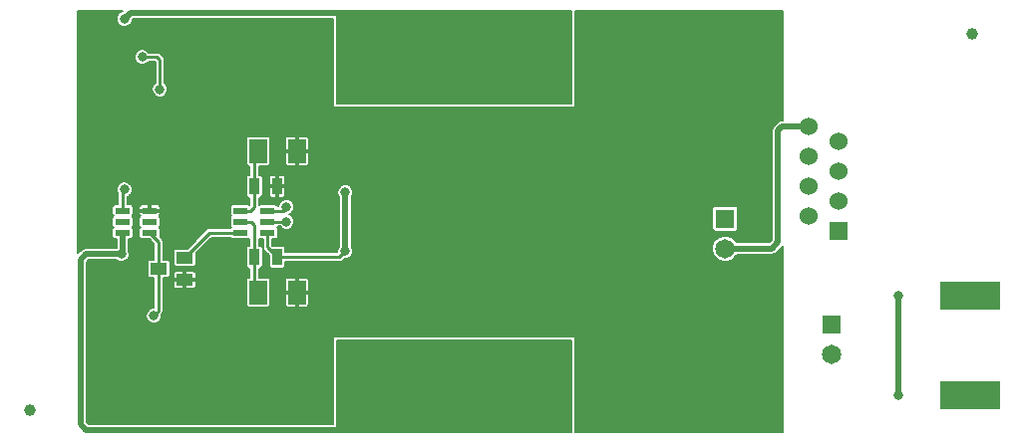
<source format=gbl>
G04 (created by PCBNEW (2013-mar-25)-stable) date Friday, August 07, 2015 11:50:23 AM*
%MOIN*%
G04 Gerber Fmt 3.4, Leading zero omitted, Abs format*
%FSLAX34Y34*%
G01*
G70*
G90*
G04 APERTURE LIST*
%ADD10C,0.006*%
%ADD11R,0.06X0.06*%
%ADD12C,0.06*%
%ADD13R,0.0649606X0.0649606*%
%ADD14C,0.0649606*%
%ADD15R,0.035X0.055*%
%ADD16R,0.0590551X0.0787402*%
%ADD17R,0.2X0.0950787*%
%ADD18R,0.05X0.02*%
%ADD19R,0.0551X0.0393*%
%ADD20C,0.0393701*%
%ADD21C,0.0314961*%
%ADD22C,0.00984252*%
%ADD23C,0.019685*%
%ADD24C,0.00590551*%
G04 APERTURE END LIST*
G54D10*
G54D11*
X81751Y-27478D03*
G54D12*
X80751Y-26978D03*
X81751Y-26478D03*
X80751Y-25978D03*
X81751Y-25478D03*
X80751Y-24978D03*
X81751Y-24478D03*
X80751Y-23978D03*
G54D13*
X81496Y-30602D03*
G54D14*
X81496Y-31602D03*
G54D13*
X77952Y-27059D03*
G54D14*
X77952Y-28059D03*
G54D15*
X62978Y-28346D03*
X62218Y-28346D03*
X62978Y-25984D03*
X62218Y-25984D03*
G54D16*
X62342Y-24803D03*
X63641Y-24803D03*
X63641Y-29527D03*
X62342Y-29527D03*
G54D17*
X86137Y-29624D03*
X86137Y-32974D03*
G54D18*
X62654Y-26795D03*
X62653Y-27165D03*
X62653Y-27535D03*
X61755Y-27535D03*
X61755Y-27165D03*
X61755Y-26795D03*
X58717Y-26795D03*
X58716Y-27165D03*
X58716Y-27535D03*
X57818Y-27535D03*
X57818Y-27165D03*
X57818Y-26795D03*
G54D19*
X59881Y-28366D03*
X59881Y-29114D03*
X59015Y-28740D03*
G54D20*
X54724Y-33464D03*
X86220Y-20866D03*
G54D21*
X59055Y-22736D03*
X58464Y-21653D03*
X57874Y-20374D03*
X65255Y-28149D03*
X65255Y-31397D03*
X66043Y-32677D03*
X67913Y-32677D03*
X66437Y-33169D03*
X67421Y-33169D03*
X66929Y-33169D03*
X70964Y-21161D03*
X69980Y-21161D03*
X70472Y-21161D03*
X69488Y-21653D03*
X65255Y-22933D03*
X65255Y-26181D03*
X65255Y-21653D03*
X71358Y-21653D03*
X57775Y-28248D03*
X57874Y-26082D03*
X58858Y-30314D03*
X63287Y-26673D03*
X63287Y-27165D03*
X83759Y-29625D03*
X83759Y-32972D03*
X62204Y-33464D03*
X61023Y-33464D03*
X63385Y-33464D03*
X60236Y-20866D03*
X62598Y-20866D03*
X63779Y-20866D03*
X61417Y-20866D03*
X59055Y-20866D03*
X60039Y-32283D03*
X58858Y-32283D03*
X57677Y-32283D03*
X77263Y-31299D03*
X63976Y-32677D03*
X73425Y-31889D03*
X77362Y-32086D03*
X79133Y-20374D03*
X77952Y-20374D03*
X76771Y-20374D03*
X74803Y-23622D03*
X72834Y-24507D03*
X75590Y-21948D03*
X74409Y-21948D03*
X75393Y-28346D03*
X74212Y-28346D03*
X75393Y-26870D03*
X74212Y-26870D03*
X74803Y-26870D03*
X75787Y-27657D03*
X74803Y-28346D03*
X73818Y-27657D03*
X60629Y-29035D03*
X62992Y-28937D03*
X62992Y-25295D03*
X58661Y-26082D03*
G54D22*
X59055Y-21751D02*
X59055Y-22736D01*
X58956Y-21653D02*
X59055Y-21751D01*
X58464Y-21653D02*
X58956Y-21653D01*
G54D23*
X58070Y-20177D02*
X65157Y-20177D01*
X57874Y-20374D02*
X58070Y-20177D01*
X65255Y-28149D02*
X65255Y-26181D01*
X57818Y-27535D02*
X57818Y-28204D01*
X57818Y-28204D02*
X57775Y-28248D01*
X56397Y-28444D02*
X56594Y-28248D01*
X56594Y-28248D02*
X57775Y-28248D01*
X56397Y-33956D02*
X56397Y-28444D01*
X56594Y-34153D02*
X56397Y-33956D01*
X65059Y-34153D02*
X56594Y-34153D01*
G54D22*
X62653Y-27535D02*
X62653Y-28021D01*
X62653Y-28021D02*
X62978Y-28346D01*
X62978Y-28346D02*
X65059Y-28346D01*
X65059Y-28346D02*
X65255Y-28149D01*
G54D23*
X80751Y-23978D02*
X79860Y-23978D01*
X79724Y-24114D02*
X79724Y-27854D01*
X79724Y-27854D02*
X79519Y-28059D01*
X79519Y-28059D02*
X77952Y-28059D01*
X79860Y-23978D02*
X79724Y-24114D01*
G54D22*
X57818Y-26137D02*
X57818Y-26795D01*
X57874Y-26082D02*
X57818Y-26137D01*
X59015Y-28740D02*
X59015Y-30157D01*
X59015Y-30157D02*
X58858Y-30314D01*
X59015Y-28740D02*
X59015Y-27834D01*
X59015Y-27834D02*
X58716Y-27535D01*
X61755Y-27535D02*
X60712Y-27535D01*
X60712Y-27535D02*
X59881Y-28366D01*
X63165Y-26795D02*
X62654Y-26795D01*
X63287Y-26673D02*
X63165Y-26795D01*
X63287Y-27165D02*
X62653Y-27165D01*
G54D23*
X83759Y-29625D02*
X83759Y-32972D01*
G54D22*
X62218Y-25984D02*
X62218Y-24927D01*
X62218Y-24927D02*
X62342Y-24803D01*
X61755Y-26795D02*
X62082Y-26795D01*
X62218Y-26659D02*
X62218Y-25984D01*
X62082Y-26795D02*
X62218Y-26659D01*
X62218Y-28346D02*
X62218Y-29403D01*
X62218Y-29403D02*
X62342Y-29527D01*
X61755Y-27165D02*
X62106Y-27165D01*
X62204Y-28332D02*
X62218Y-28346D01*
X62204Y-27263D02*
X62204Y-28332D01*
X62106Y-27165D02*
X62204Y-27263D01*
X59881Y-29114D02*
X60551Y-29114D01*
X60551Y-29114D02*
X60629Y-29035D01*
X63641Y-29527D02*
X63090Y-29527D01*
X62992Y-29429D02*
X62992Y-28937D01*
X63090Y-29527D02*
X62992Y-29429D01*
X62978Y-25984D02*
X62978Y-25308D01*
X62978Y-25308D02*
X62992Y-25295D01*
X58717Y-26795D02*
X58717Y-26138D01*
X58717Y-26138D02*
X58661Y-26082D01*
G54D10*
G36*
X79891Y-34222D02*
X72942Y-34222D01*
X72942Y-30994D01*
X65521Y-30994D01*
X65521Y-28096D01*
X65481Y-27999D01*
X65462Y-27980D01*
X65462Y-26350D01*
X65481Y-26331D01*
X65521Y-26234D01*
X65521Y-26128D01*
X65481Y-26030D01*
X65406Y-25955D01*
X65308Y-25915D01*
X65203Y-25915D01*
X65105Y-25955D01*
X65030Y-26030D01*
X64990Y-26128D01*
X64990Y-26233D01*
X65030Y-26331D01*
X65049Y-26350D01*
X65049Y-27980D01*
X65030Y-27998D01*
X64990Y-28096D01*
X64990Y-28188D01*
X64045Y-28188D01*
X64045Y-25175D01*
X64045Y-24430D01*
X64045Y-24387D01*
X64028Y-24348D01*
X63998Y-24317D01*
X63958Y-24301D01*
X63698Y-24301D01*
X63671Y-24328D01*
X63671Y-24773D01*
X64018Y-24773D01*
X64045Y-24746D01*
X64045Y-24430D01*
X64045Y-25175D01*
X64045Y-24859D01*
X64018Y-24832D01*
X63671Y-24832D01*
X63671Y-25278D01*
X63698Y-25305D01*
X63958Y-25305D01*
X63998Y-25288D01*
X64028Y-25258D01*
X64045Y-25218D01*
X64045Y-25175D01*
X64045Y-28188D01*
X63612Y-28188D01*
X63612Y-25278D01*
X63612Y-24832D01*
X63612Y-24773D01*
X63612Y-24328D01*
X63585Y-24301D01*
X63325Y-24301D01*
X63285Y-24317D01*
X63254Y-24348D01*
X63238Y-24387D01*
X63238Y-24430D01*
X63238Y-24746D01*
X63265Y-24773D01*
X63612Y-24773D01*
X63612Y-24832D01*
X63265Y-24832D01*
X63238Y-24859D01*
X63238Y-25175D01*
X63238Y-25218D01*
X63254Y-25258D01*
X63285Y-25288D01*
X63325Y-25305D01*
X63585Y-25305D01*
X63612Y-25278D01*
X63612Y-28188D01*
X63261Y-28188D01*
X63261Y-28050D01*
X63245Y-28010D01*
X63214Y-27979D01*
X63175Y-27963D01*
X63131Y-27963D01*
X62817Y-27963D01*
X62811Y-27956D01*
X62811Y-27743D01*
X62924Y-27743D01*
X62964Y-27727D01*
X62995Y-27696D01*
X63011Y-27656D01*
X63011Y-27613D01*
X63011Y-27413D01*
X62995Y-27374D01*
X62971Y-27350D01*
X62995Y-27326D01*
X62996Y-27322D01*
X63069Y-27322D01*
X63136Y-27390D01*
X63234Y-27431D01*
X63340Y-27431D01*
X63437Y-27390D01*
X63512Y-27316D01*
X63553Y-27218D01*
X63553Y-27112D01*
X63512Y-27015D01*
X63438Y-26940D01*
X63387Y-26919D01*
X63437Y-26898D01*
X63512Y-26823D01*
X63553Y-26726D01*
X63553Y-26620D01*
X63512Y-26522D01*
X63438Y-26448D01*
X63340Y-26407D01*
X63261Y-26407D01*
X63261Y-26237D01*
X63261Y-25730D01*
X63261Y-25687D01*
X63245Y-25647D01*
X63214Y-25617D01*
X63174Y-25600D01*
X63035Y-25600D01*
X63007Y-25628D01*
X63007Y-25954D01*
X63234Y-25954D01*
X63261Y-25927D01*
X63261Y-25730D01*
X63261Y-26237D01*
X63261Y-26040D01*
X63234Y-26013D01*
X63007Y-26013D01*
X63007Y-26340D01*
X63035Y-26367D01*
X63174Y-26367D01*
X63214Y-26351D01*
X63245Y-26320D01*
X63261Y-26280D01*
X63261Y-26237D01*
X63261Y-26407D01*
X63234Y-26407D01*
X63137Y-26447D01*
X63062Y-26522D01*
X63021Y-26620D01*
X63021Y-26637D01*
X62998Y-26637D01*
X62996Y-26634D01*
X62966Y-26603D01*
X62948Y-26596D01*
X62948Y-26340D01*
X62948Y-26013D01*
X62948Y-25954D01*
X62948Y-25628D01*
X62921Y-25600D01*
X62781Y-25600D01*
X62742Y-25617D01*
X62711Y-25647D01*
X62695Y-25687D01*
X62695Y-25730D01*
X62695Y-25927D01*
X62722Y-25954D01*
X62948Y-25954D01*
X62948Y-26013D01*
X62722Y-26013D01*
X62695Y-26040D01*
X62695Y-26237D01*
X62695Y-26280D01*
X62711Y-26320D01*
X62742Y-26351D01*
X62781Y-26367D01*
X62921Y-26367D01*
X62948Y-26340D01*
X62948Y-26596D01*
X62926Y-26587D01*
X62883Y-26587D01*
X62383Y-26587D01*
X62375Y-26590D01*
X62375Y-26367D01*
X62414Y-26367D01*
X62454Y-26351D01*
X62485Y-26320D01*
X62501Y-26280D01*
X62501Y-26237D01*
X62501Y-25687D01*
X62485Y-25648D01*
X62454Y-25617D01*
X62415Y-25601D01*
X62375Y-25600D01*
X62375Y-25305D01*
X62659Y-25305D01*
X62699Y-25288D01*
X62729Y-25258D01*
X62746Y-25218D01*
X62746Y-25175D01*
X62746Y-24388D01*
X62729Y-24348D01*
X62699Y-24317D01*
X62659Y-24301D01*
X62616Y-24301D01*
X62025Y-24301D01*
X61985Y-24317D01*
X61955Y-24348D01*
X61938Y-24387D01*
X61938Y-24430D01*
X61938Y-25218D01*
X61955Y-25258D01*
X61985Y-25288D01*
X62025Y-25305D01*
X62060Y-25305D01*
X62060Y-25600D01*
X62021Y-25600D01*
X61982Y-25617D01*
X61951Y-25647D01*
X61935Y-25687D01*
X61935Y-25730D01*
X61935Y-26280D01*
X61951Y-26320D01*
X61982Y-26350D01*
X62021Y-26367D01*
X62060Y-26367D01*
X62060Y-26594D01*
X62056Y-26599D01*
X62027Y-26587D01*
X61984Y-26587D01*
X61484Y-26587D01*
X61444Y-26603D01*
X61414Y-26633D01*
X61397Y-26673D01*
X61397Y-26716D01*
X61397Y-26916D01*
X61414Y-26956D01*
X61437Y-26980D01*
X61414Y-27003D01*
X61397Y-27043D01*
X61397Y-27086D01*
X61397Y-27286D01*
X61414Y-27326D01*
X61437Y-27350D01*
X61414Y-27373D01*
X61412Y-27377D01*
X60712Y-27377D01*
X60652Y-27389D01*
X60601Y-27423D01*
X59963Y-28061D01*
X59584Y-28061D01*
X59545Y-28077D01*
X59514Y-28108D01*
X59498Y-28148D01*
X59498Y-28191D01*
X59498Y-28584D01*
X59514Y-28623D01*
X59544Y-28654D01*
X59584Y-28670D01*
X59627Y-28670D01*
X60178Y-28670D01*
X60218Y-28654D01*
X60249Y-28624D01*
X60265Y-28584D01*
X60265Y-28541D01*
X60265Y-28205D01*
X60777Y-27692D01*
X61412Y-27692D01*
X61414Y-27696D01*
X61444Y-27727D01*
X61484Y-27743D01*
X61527Y-27743D01*
X62027Y-27743D01*
X62047Y-27735D01*
X62047Y-27963D01*
X62021Y-27963D01*
X61982Y-27979D01*
X61951Y-28010D01*
X61935Y-28049D01*
X61935Y-28092D01*
X61935Y-28642D01*
X61951Y-28682D01*
X61982Y-28713D01*
X62021Y-28729D01*
X62060Y-28729D01*
X62060Y-29025D01*
X62025Y-29025D01*
X61985Y-29042D01*
X61955Y-29072D01*
X61938Y-29112D01*
X61938Y-29155D01*
X61938Y-29942D01*
X61955Y-29982D01*
X61985Y-30012D01*
X62025Y-30029D01*
X62068Y-30029D01*
X62659Y-30029D01*
X62699Y-30013D01*
X62729Y-29982D01*
X62746Y-29942D01*
X62746Y-29899D01*
X62746Y-29112D01*
X62729Y-29072D01*
X62699Y-29042D01*
X62659Y-29025D01*
X62616Y-29025D01*
X62375Y-29025D01*
X62375Y-28729D01*
X62414Y-28729D01*
X62454Y-28713D01*
X62485Y-28682D01*
X62501Y-28643D01*
X62501Y-28600D01*
X62501Y-28050D01*
X62485Y-28010D01*
X62454Y-27979D01*
X62415Y-27963D01*
X62371Y-27963D01*
X62362Y-27963D01*
X62362Y-27735D01*
X62381Y-27743D01*
X62424Y-27743D01*
X62496Y-27743D01*
X62496Y-28021D01*
X62508Y-28081D01*
X62542Y-28132D01*
X62695Y-28285D01*
X62695Y-28642D01*
X62711Y-28682D01*
X62742Y-28713D01*
X62781Y-28729D01*
X62824Y-28729D01*
X63174Y-28729D01*
X63214Y-28713D01*
X63245Y-28682D01*
X63261Y-28643D01*
X63261Y-28600D01*
X63261Y-28503D01*
X65059Y-28503D01*
X65119Y-28491D01*
X65119Y-28491D01*
X65170Y-28457D01*
X65212Y-28415D01*
X65308Y-28415D01*
X65406Y-28375D01*
X65481Y-28300D01*
X65521Y-28202D01*
X65521Y-28096D01*
X65521Y-30994D01*
X64852Y-30994D01*
X64852Y-33946D01*
X64045Y-33946D01*
X64045Y-29899D01*
X64045Y-29155D01*
X64045Y-29112D01*
X64028Y-29072D01*
X63998Y-29042D01*
X63958Y-29025D01*
X63698Y-29025D01*
X63671Y-29052D01*
X63671Y-29498D01*
X64018Y-29498D01*
X64045Y-29470D01*
X64045Y-29155D01*
X64045Y-29899D01*
X64045Y-29584D01*
X64018Y-29557D01*
X63671Y-29557D01*
X63671Y-30002D01*
X63698Y-30029D01*
X63958Y-30029D01*
X63998Y-30013D01*
X64028Y-29982D01*
X64045Y-29942D01*
X64045Y-29899D01*
X64045Y-33946D01*
X63612Y-33946D01*
X63612Y-30002D01*
X63612Y-29557D01*
X63612Y-29498D01*
X63612Y-29052D01*
X63585Y-29025D01*
X63325Y-29025D01*
X63285Y-29042D01*
X63254Y-29072D01*
X63238Y-29112D01*
X63238Y-29155D01*
X63238Y-29470D01*
X63265Y-29498D01*
X63612Y-29498D01*
X63612Y-29557D01*
X63265Y-29557D01*
X63238Y-29584D01*
X63238Y-29899D01*
X63238Y-29942D01*
X63254Y-29982D01*
X63285Y-30013D01*
X63325Y-30029D01*
X63585Y-30029D01*
X63612Y-30002D01*
X63612Y-33946D01*
X60265Y-33946D01*
X60265Y-29332D01*
X60265Y-28896D01*
X60249Y-28856D01*
X60218Y-28825D01*
X60178Y-28809D01*
X60135Y-28809D01*
X59938Y-28809D01*
X59911Y-28836D01*
X59911Y-29084D01*
X60238Y-29084D01*
X60265Y-29057D01*
X60265Y-28896D01*
X60265Y-29332D01*
X60265Y-29170D01*
X60238Y-29143D01*
X59911Y-29143D01*
X59911Y-29391D01*
X59938Y-29418D01*
X60135Y-29418D01*
X60178Y-29418D01*
X60218Y-29402D01*
X60249Y-29371D01*
X60265Y-29332D01*
X60265Y-33946D01*
X59852Y-33946D01*
X59852Y-29391D01*
X59852Y-29143D01*
X59852Y-29084D01*
X59852Y-28836D01*
X59825Y-28809D01*
X59627Y-28809D01*
X59584Y-28809D01*
X59544Y-28825D01*
X59514Y-28856D01*
X59498Y-28896D01*
X59498Y-29057D01*
X59525Y-29084D01*
X59852Y-29084D01*
X59852Y-29143D01*
X59525Y-29143D01*
X59498Y-29170D01*
X59498Y-29332D01*
X59514Y-29371D01*
X59544Y-29402D01*
X59584Y-29418D01*
X59627Y-29418D01*
X59825Y-29418D01*
X59852Y-29391D01*
X59852Y-33946D01*
X59399Y-33946D01*
X59399Y-28915D01*
X59399Y-28522D01*
X59383Y-28482D01*
X59352Y-28451D01*
X59320Y-28438D01*
X59320Y-22683D01*
X59280Y-22585D01*
X59212Y-22517D01*
X59212Y-21751D01*
X59200Y-21691D01*
X59200Y-21691D01*
X59166Y-21640D01*
X59166Y-21640D01*
X59068Y-21542D01*
X59016Y-21508D01*
X58956Y-21496D01*
X58682Y-21496D01*
X58615Y-21428D01*
X58517Y-21387D01*
X58411Y-21387D01*
X58314Y-21428D01*
X58239Y-21502D01*
X58198Y-21600D01*
X58198Y-21706D01*
X58239Y-21803D01*
X58313Y-21878D01*
X58411Y-21919D01*
X58517Y-21919D01*
X58614Y-21878D01*
X58682Y-21811D01*
X58891Y-21811D01*
X58897Y-21817D01*
X58897Y-22517D01*
X58829Y-22585D01*
X58789Y-22683D01*
X58789Y-22788D01*
X58829Y-22886D01*
X58904Y-22961D01*
X59002Y-23001D01*
X59107Y-23002D01*
X59205Y-22961D01*
X59280Y-22886D01*
X59320Y-22789D01*
X59320Y-22683D01*
X59320Y-28438D01*
X59312Y-28435D01*
X59269Y-28435D01*
X59173Y-28435D01*
X59173Y-27834D01*
X59173Y-27834D01*
X59173Y-27834D01*
X59170Y-27822D01*
X59161Y-27774D01*
X59161Y-27774D01*
X59127Y-27723D01*
X59127Y-27723D01*
X59070Y-27666D01*
X59074Y-27656D01*
X59074Y-27613D01*
X59074Y-27413D01*
X59058Y-27374D01*
X59034Y-27350D01*
X59058Y-27326D01*
X59074Y-27286D01*
X59074Y-27243D01*
X59074Y-27043D01*
X59058Y-27004D01*
X59035Y-26980D01*
X59059Y-26956D01*
X59076Y-26916D01*
X59076Y-26673D01*
X59059Y-26634D01*
X59029Y-26603D01*
X58989Y-26587D01*
X58946Y-26587D01*
X58774Y-26587D01*
X58747Y-26614D01*
X58747Y-26765D01*
X59048Y-26765D01*
X59075Y-26738D01*
X59076Y-26673D01*
X59076Y-26916D01*
X59075Y-26851D01*
X59048Y-26824D01*
X58747Y-26824D01*
X58747Y-26832D01*
X58688Y-26832D01*
X58688Y-26824D01*
X58688Y-26765D01*
X58688Y-26614D01*
X58661Y-26587D01*
X58489Y-26587D01*
X58446Y-26587D01*
X58406Y-26603D01*
X58375Y-26634D01*
X58359Y-26673D01*
X58359Y-26738D01*
X58386Y-26765D01*
X58688Y-26765D01*
X58688Y-26824D01*
X58386Y-26824D01*
X58359Y-26851D01*
X58359Y-26916D01*
X58375Y-26956D01*
X58399Y-26979D01*
X58374Y-27003D01*
X58358Y-27043D01*
X58358Y-27086D01*
X58358Y-27286D01*
X58374Y-27326D01*
X58398Y-27350D01*
X58374Y-27373D01*
X58358Y-27413D01*
X58358Y-27456D01*
X58358Y-27656D01*
X58374Y-27696D01*
X58405Y-27727D01*
X58444Y-27743D01*
X58487Y-27743D01*
X58702Y-27743D01*
X58858Y-27899D01*
X58858Y-28435D01*
X58718Y-28435D01*
X58679Y-28451D01*
X58648Y-28482D01*
X58632Y-28522D01*
X58632Y-28565D01*
X58632Y-28958D01*
X58648Y-28997D01*
X58678Y-29028D01*
X58718Y-29044D01*
X58761Y-29044D01*
X58858Y-29044D01*
X58858Y-30049D01*
X58805Y-30049D01*
X58707Y-30089D01*
X58633Y-30164D01*
X58592Y-30261D01*
X58592Y-30367D01*
X58632Y-30465D01*
X58707Y-30540D01*
X58805Y-30580D01*
X58910Y-30580D01*
X59008Y-30540D01*
X59083Y-30465D01*
X59123Y-30368D01*
X59124Y-30271D01*
X59127Y-30268D01*
X59127Y-30268D01*
X59127Y-30268D01*
X59161Y-30217D01*
X59161Y-30217D01*
X59170Y-30169D01*
X59173Y-30157D01*
X59173Y-30157D01*
X59173Y-30157D01*
X59173Y-29044D01*
X59312Y-29044D01*
X59352Y-29028D01*
X59383Y-28998D01*
X59399Y-28958D01*
X59399Y-28915D01*
X59399Y-33946D01*
X56680Y-33946D01*
X56604Y-33871D01*
X56604Y-28530D01*
X56680Y-28454D01*
X57606Y-28454D01*
X57624Y-28473D01*
X57722Y-28513D01*
X57828Y-28513D01*
X57925Y-28473D01*
X58000Y-28398D01*
X58041Y-28301D01*
X58041Y-28195D01*
X58025Y-28157D01*
X58025Y-27743D01*
X58090Y-27743D01*
X58130Y-27727D01*
X58160Y-27696D01*
X58177Y-27656D01*
X58177Y-27613D01*
X58177Y-27413D01*
X58160Y-27374D01*
X58137Y-27350D01*
X58160Y-27326D01*
X58177Y-27286D01*
X58177Y-27243D01*
X58177Y-27043D01*
X58160Y-27004D01*
X58137Y-26980D01*
X58160Y-26956D01*
X58177Y-26916D01*
X58177Y-26873D01*
X58177Y-26673D01*
X58160Y-26634D01*
X58130Y-26603D01*
X58090Y-26587D01*
X58047Y-26587D01*
X57976Y-26587D01*
X57976Y-26327D01*
X58024Y-26308D01*
X58099Y-26233D01*
X58139Y-26135D01*
X58139Y-26030D01*
X58099Y-25932D01*
X58024Y-25857D01*
X57927Y-25816D01*
X57821Y-25816D01*
X57723Y-25857D01*
X57648Y-25931D01*
X57608Y-26029D01*
X57608Y-26135D01*
X57648Y-26233D01*
X57661Y-26245D01*
X57661Y-26587D01*
X57547Y-26587D01*
X57507Y-26603D01*
X57477Y-26633D01*
X57460Y-26673D01*
X57460Y-26716D01*
X57460Y-26916D01*
X57477Y-26956D01*
X57500Y-26980D01*
X57477Y-27003D01*
X57460Y-27043D01*
X57460Y-27086D01*
X57460Y-27286D01*
X57477Y-27326D01*
X57500Y-27350D01*
X57477Y-27373D01*
X57460Y-27413D01*
X57460Y-27456D01*
X57460Y-27656D01*
X57477Y-27696D01*
X57507Y-27727D01*
X57547Y-27743D01*
X57590Y-27743D01*
X57612Y-27743D01*
X57612Y-28035D01*
X57606Y-28041D01*
X56594Y-28041D01*
X56515Y-28057D01*
X56448Y-28101D01*
X56328Y-28221D01*
X56328Y-20108D01*
X57821Y-20108D01*
X57723Y-20148D01*
X57648Y-20223D01*
X57608Y-20320D01*
X57608Y-20426D01*
X57648Y-20524D01*
X57723Y-20599D01*
X57820Y-20639D01*
X57926Y-20639D01*
X58024Y-20599D01*
X58099Y-20524D01*
X58139Y-20427D01*
X58139Y-20400D01*
X58156Y-20383D01*
X64852Y-20383D01*
X64852Y-23336D01*
X72942Y-23336D01*
X72942Y-20108D01*
X79891Y-20108D01*
X79891Y-23771D01*
X79860Y-23771D01*
X79781Y-23787D01*
X79714Y-23832D01*
X79578Y-23968D01*
X79533Y-24035D01*
X79517Y-24114D01*
X79517Y-27768D01*
X79434Y-27852D01*
X78385Y-27852D01*
X78385Y-27362D01*
X78385Y-26712D01*
X78369Y-26673D01*
X78338Y-26642D01*
X78299Y-26626D01*
X78256Y-26625D01*
X77606Y-26625D01*
X77566Y-26642D01*
X77536Y-26672D01*
X77519Y-26712D01*
X77519Y-26755D01*
X77519Y-27405D01*
X77536Y-27445D01*
X77566Y-27475D01*
X77606Y-27492D01*
X77649Y-27492D01*
X78299Y-27492D01*
X78338Y-27475D01*
X78369Y-27445D01*
X78385Y-27405D01*
X78385Y-27362D01*
X78385Y-27852D01*
X78335Y-27852D01*
X78320Y-27814D01*
X78198Y-27692D01*
X78039Y-27626D01*
X77866Y-27625D01*
X77707Y-27691D01*
X77585Y-27813D01*
X77519Y-27972D01*
X77519Y-28144D01*
X77585Y-28304D01*
X77707Y-28425D01*
X77866Y-28492D01*
X78038Y-28492D01*
X78197Y-28426D01*
X78319Y-28304D01*
X78335Y-28265D01*
X79519Y-28265D01*
X79598Y-28250D01*
X79665Y-28205D01*
X79870Y-28000D01*
X79891Y-27968D01*
X79891Y-34222D01*
X79891Y-34222D01*
G37*
G54D24*
X79891Y-34222D02*
X72942Y-34222D01*
X72942Y-30994D01*
X65521Y-30994D01*
X65521Y-28096D01*
X65481Y-27999D01*
X65462Y-27980D01*
X65462Y-26350D01*
X65481Y-26331D01*
X65521Y-26234D01*
X65521Y-26128D01*
X65481Y-26030D01*
X65406Y-25955D01*
X65308Y-25915D01*
X65203Y-25915D01*
X65105Y-25955D01*
X65030Y-26030D01*
X64990Y-26128D01*
X64990Y-26233D01*
X65030Y-26331D01*
X65049Y-26350D01*
X65049Y-27980D01*
X65030Y-27998D01*
X64990Y-28096D01*
X64990Y-28188D01*
X64045Y-28188D01*
X64045Y-25175D01*
X64045Y-24430D01*
X64045Y-24387D01*
X64028Y-24348D01*
X63998Y-24317D01*
X63958Y-24301D01*
X63698Y-24301D01*
X63671Y-24328D01*
X63671Y-24773D01*
X64018Y-24773D01*
X64045Y-24746D01*
X64045Y-24430D01*
X64045Y-25175D01*
X64045Y-24859D01*
X64018Y-24832D01*
X63671Y-24832D01*
X63671Y-25278D01*
X63698Y-25305D01*
X63958Y-25305D01*
X63998Y-25288D01*
X64028Y-25258D01*
X64045Y-25218D01*
X64045Y-25175D01*
X64045Y-28188D01*
X63612Y-28188D01*
X63612Y-25278D01*
X63612Y-24832D01*
X63612Y-24773D01*
X63612Y-24328D01*
X63585Y-24301D01*
X63325Y-24301D01*
X63285Y-24317D01*
X63254Y-24348D01*
X63238Y-24387D01*
X63238Y-24430D01*
X63238Y-24746D01*
X63265Y-24773D01*
X63612Y-24773D01*
X63612Y-24832D01*
X63265Y-24832D01*
X63238Y-24859D01*
X63238Y-25175D01*
X63238Y-25218D01*
X63254Y-25258D01*
X63285Y-25288D01*
X63325Y-25305D01*
X63585Y-25305D01*
X63612Y-25278D01*
X63612Y-28188D01*
X63261Y-28188D01*
X63261Y-28050D01*
X63245Y-28010D01*
X63214Y-27979D01*
X63175Y-27963D01*
X63131Y-27963D01*
X62817Y-27963D01*
X62811Y-27956D01*
X62811Y-27743D01*
X62924Y-27743D01*
X62964Y-27727D01*
X62995Y-27696D01*
X63011Y-27656D01*
X63011Y-27613D01*
X63011Y-27413D01*
X62995Y-27374D01*
X62971Y-27350D01*
X62995Y-27326D01*
X62996Y-27322D01*
X63069Y-27322D01*
X63136Y-27390D01*
X63234Y-27431D01*
X63340Y-27431D01*
X63437Y-27390D01*
X63512Y-27316D01*
X63553Y-27218D01*
X63553Y-27112D01*
X63512Y-27015D01*
X63438Y-26940D01*
X63387Y-26919D01*
X63437Y-26898D01*
X63512Y-26823D01*
X63553Y-26726D01*
X63553Y-26620D01*
X63512Y-26522D01*
X63438Y-26448D01*
X63340Y-26407D01*
X63261Y-26407D01*
X63261Y-26237D01*
X63261Y-25730D01*
X63261Y-25687D01*
X63245Y-25647D01*
X63214Y-25617D01*
X63174Y-25600D01*
X63035Y-25600D01*
X63007Y-25628D01*
X63007Y-25954D01*
X63234Y-25954D01*
X63261Y-25927D01*
X63261Y-25730D01*
X63261Y-26237D01*
X63261Y-26040D01*
X63234Y-26013D01*
X63007Y-26013D01*
X63007Y-26340D01*
X63035Y-26367D01*
X63174Y-26367D01*
X63214Y-26351D01*
X63245Y-26320D01*
X63261Y-26280D01*
X63261Y-26237D01*
X63261Y-26407D01*
X63234Y-26407D01*
X63137Y-26447D01*
X63062Y-26522D01*
X63021Y-26620D01*
X63021Y-26637D01*
X62998Y-26637D01*
X62996Y-26634D01*
X62966Y-26603D01*
X62948Y-26596D01*
X62948Y-26340D01*
X62948Y-26013D01*
X62948Y-25954D01*
X62948Y-25628D01*
X62921Y-25600D01*
X62781Y-25600D01*
X62742Y-25617D01*
X62711Y-25647D01*
X62695Y-25687D01*
X62695Y-25730D01*
X62695Y-25927D01*
X62722Y-25954D01*
X62948Y-25954D01*
X62948Y-26013D01*
X62722Y-26013D01*
X62695Y-26040D01*
X62695Y-26237D01*
X62695Y-26280D01*
X62711Y-26320D01*
X62742Y-26351D01*
X62781Y-26367D01*
X62921Y-26367D01*
X62948Y-26340D01*
X62948Y-26596D01*
X62926Y-26587D01*
X62883Y-26587D01*
X62383Y-26587D01*
X62375Y-26590D01*
X62375Y-26367D01*
X62414Y-26367D01*
X62454Y-26351D01*
X62485Y-26320D01*
X62501Y-26280D01*
X62501Y-26237D01*
X62501Y-25687D01*
X62485Y-25648D01*
X62454Y-25617D01*
X62415Y-25601D01*
X62375Y-25600D01*
X62375Y-25305D01*
X62659Y-25305D01*
X62699Y-25288D01*
X62729Y-25258D01*
X62746Y-25218D01*
X62746Y-25175D01*
X62746Y-24388D01*
X62729Y-24348D01*
X62699Y-24317D01*
X62659Y-24301D01*
X62616Y-24301D01*
X62025Y-24301D01*
X61985Y-24317D01*
X61955Y-24348D01*
X61938Y-24387D01*
X61938Y-24430D01*
X61938Y-25218D01*
X61955Y-25258D01*
X61985Y-25288D01*
X62025Y-25305D01*
X62060Y-25305D01*
X62060Y-25600D01*
X62021Y-25600D01*
X61982Y-25617D01*
X61951Y-25647D01*
X61935Y-25687D01*
X61935Y-25730D01*
X61935Y-26280D01*
X61951Y-26320D01*
X61982Y-26350D01*
X62021Y-26367D01*
X62060Y-26367D01*
X62060Y-26594D01*
X62056Y-26599D01*
X62027Y-26587D01*
X61984Y-26587D01*
X61484Y-26587D01*
X61444Y-26603D01*
X61414Y-26633D01*
X61397Y-26673D01*
X61397Y-26716D01*
X61397Y-26916D01*
X61414Y-26956D01*
X61437Y-26980D01*
X61414Y-27003D01*
X61397Y-27043D01*
X61397Y-27086D01*
X61397Y-27286D01*
X61414Y-27326D01*
X61437Y-27350D01*
X61414Y-27373D01*
X61412Y-27377D01*
X60712Y-27377D01*
X60652Y-27389D01*
X60601Y-27423D01*
X59963Y-28061D01*
X59584Y-28061D01*
X59545Y-28077D01*
X59514Y-28108D01*
X59498Y-28148D01*
X59498Y-28191D01*
X59498Y-28584D01*
X59514Y-28623D01*
X59544Y-28654D01*
X59584Y-28670D01*
X59627Y-28670D01*
X60178Y-28670D01*
X60218Y-28654D01*
X60249Y-28624D01*
X60265Y-28584D01*
X60265Y-28541D01*
X60265Y-28205D01*
X60777Y-27692D01*
X61412Y-27692D01*
X61414Y-27696D01*
X61444Y-27727D01*
X61484Y-27743D01*
X61527Y-27743D01*
X62027Y-27743D01*
X62047Y-27735D01*
X62047Y-27963D01*
X62021Y-27963D01*
X61982Y-27979D01*
X61951Y-28010D01*
X61935Y-28049D01*
X61935Y-28092D01*
X61935Y-28642D01*
X61951Y-28682D01*
X61982Y-28713D01*
X62021Y-28729D01*
X62060Y-28729D01*
X62060Y-29025D01*
X62025Y-29025D01*
X61985Y-29042D01*
X61955Y-29072D01*
X61938Y-29112D01*
X61938Y-29155D01*
X61938Y-29942D01*
X61955Y-29982D01*
X61985Y-30012D01*
X62025Y-30029D01*
X62068Y-30029D01*
X62659Y-30029D01*
X62699Y-30013D01*
X62729Y-29982D01*
X62746Y-29942D01*
X62746Y-29899D01*
X62746Y-29112D01*
X62729Y-29072D01*
X62699Y-29042D01*
X62659Y-29025D01*
X62616Y-29025D01*
X62375Y-29025D01*
X62375Y-28729D01*
X62414Y-28729D01*
X62454Y-28713D01*
X62485Y-28682D01*
X62501Y-28643D01*
X62501Y-28600D01*
X62501Y-28050D01*
X62485Y-28010D01*
X62454Y-27979D01*
X62415Y-27963D01*
X62371Y-27963D01*
X62362Y-27963D01*
X62362Y-27735D01*
X62381Y-27743D01*
X62424Y-27743D01*
X62496Y-27743D01*
X62496Y-28021D01*
X62508Y-28081D01*
X62542Y-28132D01*
X62695Y-28285D01*
X62695Y-28642D01*
X62711Y-28682D01*
X62742Y-28713D01*
X62781Y-28729D01*
X62824Y-28729D01*
X63174Y-28729D01*
X63214Y-28713D01*
X63245Y-28682D01*
X63261Y-28643D01*
X63261Y-28600D01*
X63261Y-28503D01*
X65059Y-28503D01*
X65119Y-28491D01*
X65119Y-28491D01*
X65170Y-28457D01*
X65212Y-28415D01*
X65308Y-28415D01*
X65406Y-28375D01*
X65481Y-28300D01*
X65521Y-28202D01*
X65521Y-28096D01*
X65521Y-30994D01*
X64852Y-30994D01*
X64852Y-33946D01*
X64045Y-33946D01*
X64045Y-29899D01*
X64045Y-29155D01*
X64045Y-29112D01*
X64028Y-29072D01*
X63998Y-29042D01*
X63958Y-29025D01*
X63698Y-29025D01*
X63671Y-29052D01*
X63671Y-29498D01*
X64018Y-29498D01*
X64045Y-29470D01*
X64045Y-29155D01*
X64045Y-29899D01*
X64045Y-29584D01*
X64018Y-29557D01*
X63671Y-29557D01*
X63671Y-30002D01*
X63698Y-30029D01*
X63958Y-30029D01*
X63998Y-30013D01*
X64028Y-29982D01*
X64045Y-29942D01*
X64045Y-29899D01*
X64045Y-33946D01*
X63612Y-33946D01*
X63612Y-30002D01*
X63612Y-29557D01*
X63612Y-29498D01*
X63612Y-29052D01*
X63585Y-29025D01*
X63325Y-29025D01*
X63285Y-29042D01*
X63254Y-29072D01*
X63238Y-29112D01*
X63238Y-29155D01*
X63238Y-29470D01*
X63265Y-29498D01*
X63612Y-29498D01*
X63612Y-29557D01*
X63265Y-29557D01*
X63238Y-29584D01*
X63238Y-29899D01*
X63238Y-29942D01*
X63254Y-29982D01*
X63285Y-30013D01*
X63325Y-30029D01*
X63585Y-30029D01*
X63612Y-30002D01*
X63612Y-33946D01*
X60265Y-33946D01*
X60265Y-29332D01*
X60265Y-28896D01*
X60249Y-28856D01*
X60218Y-28825D01*
X60178Y-28809D01*
X60135Y-28809D01*
X59938Y-28809D01*
X59911Y-28836D01*
X59911Y-29084D01*
X60238Y-29084D01*
X60265Y-29057D01*
X60265Y-28896D01*
X60265Y-29332D01*
X60265Y-29170D01*
X60238Y-29143D01*
X59911Y-29143D01*
X59911Y-29391D01*
X59938Y-29418D01*
X60135Y-29418D01*
X60178Y-29418D01*
X60218Y-29402D01*
X60249Y-29371D01*
X60265Y-29332D01*
X60265Y-33946D01*
X59852Y-33946D01*
X59852Y-29391D01*
X59852Y-29143D01*
X59852Y-29084D01*
X59852Y-28836D01*
X59825Y-28809D01*
X59627Y-28809D01*
X59584Y-28809D01*
X59544Y-28825D01*
X59514Y-28856D01*
X59498Y-28896D01*
X59498Y-29057D01*
X59525Y-29084D01*
X59852Y-29084D01*
X59852Y-29143D01*
X59525Y-29143D01*
X59498Y-29170D01*
X59498Y-29332D01*
X59514Y-29371D01*
X59544Y-29402D01*
X59584Y-29418D01*
X59627Y-29418D01*
X59825Y-29418D01*
X59852Y-29391D01*
X59852Y-33946D01*
X59399Y-33946D01*
X59399Y-28915D01*
X59399Y-28522D01*
X59383Y-28482D01*
X59352Y-28451D01*
X59320Y-28438D01*
X59320Y-22683D01*
X59280Y-22585D01*
X59212Y-22517D01*
X59212Y-21751D01*
X59200Y-21691D01*
X59200Y-21691D01*
X59166Y-21640D01*
X59166Y-21640D01*
X59068Y-21542D01*
X59016Y-21508D01*
X58956Y-21496D01*
X58682Y-21496D01*
X58615Y-21428D01*
X58517Y-21387D01*
X58411Y-21387D01*
X58314Y-21428D01*
X58239Y-21502D01*
X58198Y-21600D01*
X58198Y-21706D01*
X58239Y-21803D01*
X58313Y-21878D01*
X58411Y-21919D01*
X58517Y-21919D01*
X58614Y-21878D01*
X58682Y-21811D01*
X58891Y-21811D01*
X58897Y-21817D01*
X58897Y-22517D01*
X58829Y-22585D01*
X58789Y-22683D01*
X58789Y-22788D01*
X58829Y-22886D01*
X58904Y-22961D01*
X59002Y-23001D01*
X59107Y-23002D01*
X59205Y-22961D01*
X59280Y-22886D01*
X59320Y-22789D01*
X59320Y-22683D01*
X59320Y-28438D01*
X59312Y-28435D01*
X59269Y-28435D01*
X59173Y-28435D01*
X59173Y-27834D01*
X59173Y-27834D01*
X59173Y-27834D01*
X59170Y-27822D01*
X59161Y-27774D01*
X59161Y-27774D01*
X59127Y-27723D01*
X59127Y-27723D01*
X59070Y-27666D01*
X59074Y-27656D01*
X59074Y-27613D01*
X59074Y-27413D01*
X59058Y-27374D01*
X59034Y-27350D01*
X59058Y-27326D01*
X59074Y-27286D01*
X59074Y-27243D01*
X59074Y-27043D01*
X59058Y-27004D01*
X59035Y-26980D01*
X59059Y-26956D01*
X59076Y-26916D01*
X59076Y-26673D01*
X59059Y-26634D01*
X59029Y-26603D01*
X58989Y-26587D01*
X58946Y-26587D01*
X58774Y-26587D01*
X58747Y-26614D01*
X58747Y-26765D01*
X59048Y-26765D01*
X59075Y-26738D01*
X59076Y-26673D01*
X59076Y-26916D01*
X59075Y-26851D01*
X59048Y-26824D01*
X58747Y-26824D01*
X58747Y-26832D01*
X58688Y-26832D01*
X58688Y-26824D01*
X58688Y-26765D01*
X58688Y-26614D01*
X58661Y-26587D01*
X58489Y-26587D01*
X58446Y-26587D01*
X58406Y-26603D01*
X58375Y-26634D01*
X58359Y-26673D01*
X58359Y-26738D01*
X58386Y-26765D01*
X58688Y-26765D01*
X58688Y-26824D01*
X58386Y-26824D01*
X58359Y-26851D01*
X58359Y-26916D01*
X58375Y-26956D01*
X58399Y-26979D01*
X58374Y-27003D01*
X58358Y-27043D01*
X58358Y-27086D01*
X58358Y-27286D01*
X58374Y-27326D01*
X58398Y-27350D01*
X58374Y-27373D01*
X58358Y-27413D01*
X58358Y-27456D01*
X58358Y-27656D01*
X58374Y-27696D01*
X58405Y-27727D01*
X58444Y-27743D01*
X58487Y-27743D01*
X58702Y-27743D01*
X58858Y-27899D01*
X58858Y-28435D01*
X58718Y-28435D01*
X58679Y-28451D01*
X58648Y-28482D01*
X58632Y-28522D01*
X58632Y-28565D01*
X58632Y-28958D01*
X58648Y-28997D01*
X58678Y-29028D01*
X58718Y-29044D01*
X58761Y-29044D01*
X58858Y-29044D01*
X58858Y-30049D01*
X58805Y-30049D01*
X58707Y-30089D01*
X58633Y-30164D01*
X58592Y-30261D01*
X58592Y-30367D01*
X58632Y-30465D01*
X58707Y-30540D01*
X58805Y-30580D01*
X58910Y-30580D01*
X59008Y-30540D01*
X59083Y-30465D01*
X59123Y-30368D01*
X59124Y-30271D01*
X59127Y-30268D01*
X59127Y-30268D01*
X59127Y-30268D01*
X59161Y-30217D01*
X59161Y-30217D01*
X59170Y-30169D01*
X59173Y-30157D01*
X59173Y-30157D01*
X59173Y-30157D01*
X59173Y-29044D01*
X59312Y-29044D01*
X59352Y-29028D01*
X59383Y-28998D01*
X59399Y-28958D01*
X59399Y-28915D01*
X59399Y-33946D01*
X56680Y-33946D01*
X56604Y-33871D01*
X56604Y-28530D01*
X56680Y-28454D01*
X57606Y-28454D01*
X57624Y-28473D01*
X57722Y-28513D01*
X57828Y-28513D01*
X57925Y-28473D01*
X58000Y-28398D01*
X58041Y-28301D01*
X58041Y-28195D01*
X58025Y-28157D01*
X58025Y-27743D01*
X58090Y-27743D01*
X58130Y-27727D01*
X58160Y-27696D01*
X58177Y-27656D01*
X58177Y-27613D01*
X58177Y-27413D01*
X58160Y-27374D01*
X58137Y-27350D01*
X58160Y-27326D01*
X58177Y-27286D01*
X58177Y-27243D01*
X58177Y-27043D01*
X58160Y-27004D01*
X58137Y-26980D01*
X58160Y-26956D01*
X58177Y-26916D01*
X58177Y-26873D01*
X58177Y-26673D01*
X58160Y-26634D01*
X58130Y-26603D01*
X58090Y-26587D01*
X58047Y-26587D01*
X57976Y-26587D01*
X57976Y-26327D01*
X58024Y-26308D01*
X58099Y-26233D01*
X58139Y-26135D01*
X58139Y-26030D01*
X58099Y-25932D01*
X58024Y-25857D01*
X57927Y-25816D01*
X57821Y-25816D01*
X57723Y-25857D01*
X57648Y-25931D01*
X57608Y-26029D01*
X57608Y-26135D01*
X57648Y-26233D01*
X57661Y-26245D01*
X57661Y-26587D01*
X57547Y-26587D01*
X57507Y-26603D01*
X57477Y-26633D01*
X57460Y-26673D01*
X57460Y-26716D01*
X57460Y-26916D01*
X57477Y-26956D01*
X57500Y-26980D01*
X57477Y-27003D01*
X57460Y-27043D01*
X57460Y-27086D01*
X57460Y-27286D01*
X57477Y-27326D01*
X57500Y-27350D01*
X57477Y-27373D01*
X57460Y-27413D01*
X57460Y-27456D01*
X57460Y-27656D01*
X57477Y-27696D01*
X57507Y-27727D01*
X57547Y-27743D01*
X57590Y-27743D01*
X57612Y-27743D01*
X57612Y-28035D01*
X57606Y-28041D01*
X56594Y-28041D01*
X56515Y-28057D01*
X56448Y-28101D01*
X56328Y-28221D01*
X56328Y-20108D01*
X57821Y-20108D01*
X57723Y-20148D01*
X57648Y-20223D01*
X57608Y-20320D01*
X57608Y-20426D01*
X57648Y-20524D01*
X57723Y-20599D01*
X57820Y-20639D01*
X57926Y-20639D01*
X58024Y-20599D01*
X58099Y-20524D01*
X58139Y-20427D01*
X58139Y-20400D01*
X58156Y-20383D01*
X64852Y-20383D01*
X64852Y-23336D01*
X72942Y-23336D01*
X72942Y-20108D01*
X79891Y-20108D01*
X79891Y-23771D01*
X79860Y-23771D01*
X79781Y-23787D01*
X79714Y-23832D01*
X79578Y-23968D01*
X79533Y-24035D01*
X79517Y-24114D01*
X79517Y-27768D01*
X79434Y-27852D01*
X78385Y-27852D01*
X78385Y-27362D01*
X78385Y-26712D01*
X78369Y-26673D01*
X78338Y-26642D01*
X78299Y-26626D01*
X78256Y-26625D01*
X77606Y-26625D01*
X77566Y-26642D01*
X77536Y-26672D01*
X77519Y-26712D01*
X77519Y-26755D01*
X77519Y-27405D01*
X77536Y-27445D01*
X77566Y-27475D01*
X77606Y-27492D01*
X77649Y-27492D01*
X78299Y-27492D01*
X78338Y-27475D01*
X78369Y-27445D01*
X78385Y-27405D01*
X78385Y-27362D01*
X78385Y-27852D01*
X78335Y-27852D01*
X78320Y-27814D01*
X78198Y-27692D01*
X78039Y-27626D01*
X77866Y-27625D01*
X77707Y-27691D01*
X77585Y-27813D01*
X77519Y-27972D01*
X77519Y-28144D01*
X77585Y-28304D01*
X77707Y-28425D01*
X77866Y-28492D01*
X78038Y-28492D01*
X78197Y-28426D01*
X78319Y-28304D01*
X78335Y-28265D01*
X79519Y-28265D01*
X79598Y-28250D01*
X79665Y-28205D01*
X79870Y-28000D01*
X79891Y-27968D01*
X79891Y-34222D01*
G54D10*
G36*
X72805Y-23198D02*
X64990Y-23198D01*
X64990Y-20108D01*
X72805Y-20108D01*
X72805Y-23198D01*
X72805Y-23198D01*
G37*
G54D24*
X72805Y-23198D02*
X64990Y-23198D01*
X64990Y-20108D01*
X72805Y-20108D01*
X72805Y-23198D01*
G54D10*
G36*
X72805Y-34222D02*
X64990Y-34222D01*
X64990Y-31131D01*
X72805Y-31131D01*
X72805Y-34222D01*
X72805Y-34222D01*
G37*
G54D24*
X72805Y-34222D02*
X64990Y-34222D01*
X64990Y-31131D01*
X72805Y-31131D01*
X72805Y-34222D01*
M02*

</source>
